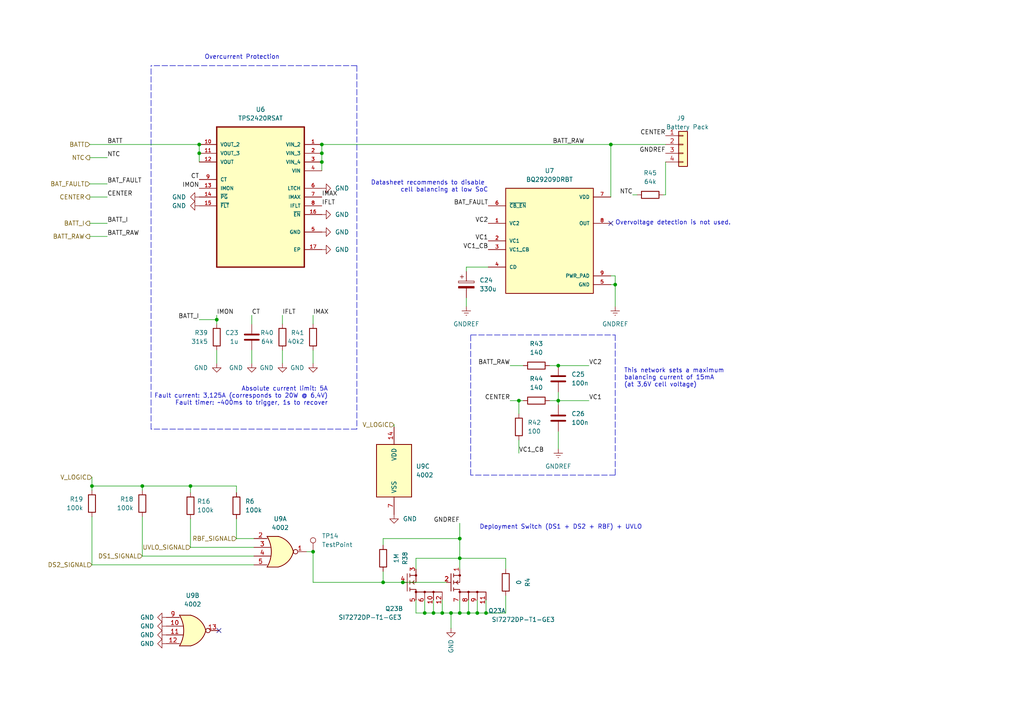
<source format=kicad_sch>
(kicad_sch (version 20231120) (generator "eeschema") (generator_version "8.0")
  (paper "A4")
  (lib_symbols
    (symbol "4xxx:4002" (pin_names (offset 1.016))
      (property "Reference" "U" (at 0 1.27 0))
      (property "Value" "4002" (at 0 -1.27 0))
      (symbol "4002_1_1"
        (arc (start -3.81 -4.445) (mid -2.5908 0) (end -3.81 4.445) (stroke (width 0.254)))
        (arc (start -0.6096 -4.445) (mid 2.2246 -2.8422) (end 3.81 0) (stroke (width 0.254)) (fill (type background)))
        (polyline (pts (xy -3.81 -4.445) (xy -0.635 -4.445)) (stroke (width 0.254)) (fill (type background)))
        (polyline (pts (xy -3.81 4.445) (xy -0.635 4.445)) (stroke (width 0.254)) (fill (type background)))
        (polyline (pts (xy -0.635 4.445) (xy -3.81 4.445) (xy -3.81 4.445) (xy -3.6322 4.0894) (xy -3.0988 2.921) (xy -2.7686 1.6764) (xy -2.6162 0.4318) (xy -2.6416 -0.8636) (xy -2.8702 -2.1082) (xy -3.2512 -3.3274) (xy -3.81 -4.445) (xy -3.81 -4.445) (xy -0.635 -4.445)) (stroke (width -25.4)) (fill (type background)))
        (arc (start 3.81 0) (mid 2.2204 2.8379) (end -0.6096 4.445) (stroke (width 0.254)) (fill (type background)))
        (pin output inverted (at 7.62 0 180) (length 3.81) (name "~") (number "1"))
        (pin input line (at -7.62 3.81 0) (length 3.81) (name "~") (number "2"))
        (pin input line (at -7.62 1.27 0) (length 4.826) (name "~") (number "3"))
        (pin input line (at -7.62 -1.27 0) (length 4.826) (name "~") (number "4"))
        (pin input line (at -7.62 -3.81 0) (length 3.81) (name "~") (number "5"))
      )
      (symbol "4002_1_2"
        (arc (start -0.635 -4.445) (mid 3.7907 0) (end -0.635 4.445) (stroke (width 0.254)) (fill (type background)))
        (polyline (pts (xy -0.635 4.445) (xy -3.81 4.445) (xy -3.81 -4.445) (xy -0.635 -4.445)) (stroke (width 0.254)) (fill (type background)))
        (pin output line (at 7.62 0 180) (length 3.81) (name "~") (number "1"))
        (pin input inverted (at -7.62 3.81 0) (length 3.81) (name "~") (number "2"))
        (pin input inverted (at -7.62 1.27 0) (length 3.81) (name "~") (number "3"))
        (pin input inverted (at -7.62 -1.27 0) (length 3.81) (name "~") (number "4"))
        (pin input inverted (at -7.62 -3.81 0) (length 3.81) (name "~") (number "5"))
      )
      (symbol "4002_2_1"
        (arc (start -3.81 -4.445) (mid -2.5908 0) (end -3.81 4.445) (stroke (width 0.254)))
        (arc (start -0.6096 -4.445) (mid 2.2246 -2.8422) (end 3.81 0) (stroke (width 0.254)) (fill (type background)))
        (polyline (pts (xy -3.81 -4.445) (xy -0.635 -4.445)) (stroke (width 0.254)) (fill (type background)))
        (polyline (pts (xy -3.81 4.445) (xy -0.635 4.445)) (stroke (width 0.254)) (fill (type background)))
        (polyline (pts (xy -0.635 4.445) (xy -3.81 4.445) (xy -3.81 4.445) (xy -3.6322 4.0894) (xy -3.0988 2.921) (xy -2.7686 1.6764) (xy -2.6162 0.4318) (xy -2.6416 -0.8636) (xy -2.8702 -2.1082) (xy -3.2512 -3.3274) (xy -3.81 -4.445) (xy -3.81 -4.445) (xy -0.635 -4.445)) (stroke (width -25.4)) (fill (type background)))
        (arc (start 3.81 0) (mid 2.2204 2.8379) (end -0.6096 4.445) (stroke (width 0.254)) (fill (type background)))
        (pin input line (at -7.62 1.27 0) (length 4.826) (name "~") (number "10"))
        (pin input line (at -7.62 -1.27 0) (length 4.826) (name "~") (number "11"))
        (pin input line (at -7.62 -3.81 0) (length 3.81) (name "~") (number "12"))
        (pin output inverted (at 7.62 0 180) (length 3.81) (name "~") (number "13"))
        (pin input line (at -7.62 3.81 0) (length 3.81) (name "~") (number "9"))
      )
      (symbol "4002_2_2"
        (arc (start -0.635 -4.445) (mid 3.7907 0) (end -0.635 4.445) (stroke (width 0.254)) (fill (type background)))
        (polyline (pts (xy -0.635 4.445) (xy -3.81 4.445) (xy -3.81 -4.445) (xy -0.635 -4.445)) (stroke (width 0.254)) (fill (type background)))
        (pin input inverted (at -7.62 1.27 0) (length 3.81) (name "~") (number "10"))
        (pin input inverted (at -7.62 -1.27 0) (length 3.81) (name "~") (number "11"))
        (pin input inverted (at -7.62 -3.81 0) (length 3.81) (name "~") (number "12"))
        (pin output line (at 7.62 0 180) (length 3.81) (name "~") (number "13"))
        (pin input inverted (at -7.62 3.81 0) (length 3.81) (name "~") (number "9"))
      )
      (symbol "4002_3_0"
        (pin power_in line (at 0 12.7 270) (length 5.08) (name "VDD") (number "14"))
        (pin power_in line (at 0 -12.7 90) (length 5.08) (name "VSS") (number "7"))
      )
      (symbol "4002_3_1"
        (rectangle (start -5.08 7.62) (end 5.08 -7.62) (stroke (width 0.254)) (fill (type background)))
      )
    )
    (symbol "Connector:TestPoint" (pin_numbers hide) (pin_names (offset 0.762) hide)
      (property "Reference" "TP" (at 0 6.858 0))
      (property "Value" "TestPoint" (at 0 5.08 0))
      (symbol "TestPoint_0_1"
        (circle (center 0 3.302) (radius 0.762))
      )
      (symbol "TestPoint_1_1"
        (pin passive line (at 0 0 90) (length 2.54) (name "1") (number "1"))
      )
    )
    (symbol "Connector_Generic:Conn_01x04" (pin_names (offset 1.016) hide)
      (property "Reference" "J" (at 0 5.08 0))
      (property "Value" "Conn_01x04" (at 0 -7.62 0))
      (symbol "Conn_01x04_1_1"
        (rectangle (start -1.27 -4.953) (end 0 -5.207) (stroke (width 0.1524)))
        (rectangle (start -1.27 -2.413) (end 0 -2.667) (stroke (width 0.1524)))
        (rectangle (start -1.27 0.127) (end 0 -0.127) (stroke (width 0.1524)))
        (rectangle (start -1.27 2.667) (end 0 2.413) (stroke (width 0.1524)))
        (rectangle (start -1.27 3.81) (end 1.27 -6.35) (stroke (width 0.254)) (fill (type background)))
        (pin passive line (at -5.08 2.54 0) (length 3.81) (name "Pin_1") (number "1"))
        (pin passive line (at -5.08 0 0) (length 3.81) (name "Pin_2") (number "2"))
        (pin passive line (at -5.08 -2.54 0) (length 3.81) (name "Pin_3") (number "3"))
        (pin passive line (at -5.08 -5.08 0) (length 3.81) (name "Pin_4") (number "4"))
      )
    )
    (symbol "Device:C" (pin_numbers hide) (pin_names (offset 0.254))
      (property "Reference" "C" (at 0.635 2.54 0))
      (property "Value" "C" (at 0.635 -2.54 0))
      (symbol "C_0_1"
        (polyline (pts (xy -2.032 -0.762) (xy 2.032 -0.762)) (stroke (width 0.508)))
        (polyline (pts (xy -2.032 0.762) (xy 2.032 0.762)) (stroke (width 0.508)))
      )
      (symbol "C_1_1"
        (pin passive line (at 0 3.81 270) (length 2.794) (name "~") (number "1"))
        (pin passive line (at 0 -3.81 90) (length 2.794) (name "~") (number "2"))
      )
    )
    (symbol "Device:C_Polarized" (pin_numbers hide) (pin_names (offset 0.254))
      (property "Reference" "C" (at 0.635 2.54 0))
      (property "Value" "C_Polarized" (at 0.635 -2.54 0))
      (symbol "C_Polarized_0_1"
        (rectangle (start -2.286 0.508) (end 2.286 1.016))
        (polyline (pts (xy -1.778 2.286) (xy -0.762 2.286)))
        (polyline (pts (xy -1.27 2.794) (xy -1.27 1.778)))
        (rectangle (start 2.286 -0.508) (end -2.286 -1.016) (fill (type outline)))
      )
      (symbol "C_Polarized_1_1"
        (pin passive line (at 0 3.81 270) (length 2.794) (name "~") (number "1"))
        (pin passive line (at 0 -3.81 90) (length 2.794) (name "~") (number "2"))
      )
    )
    (symbol "Device:R" (pin_numbers hide) (pin_names (offset 0))
      (property "Reference" "R" (at 2.032 0 90))
      (property "Value" "R" (at 0 0 90))
      (symbol "R_0_1"
        (rectangle (start -1.016 -2.54) (end 1.016 2.54) (stroke (width 0.254)))
      )
      (symbol "R_1_1"
        (pin passive line (at 0 3.81 270) (length 1.27) (name "~") (number "1"))
        (pin passive line (at 0 -3.81 90) (length 1.27) (name "~") (number "2"))
      )
    )
    (symbol "STS_Battery_Management:BQ29209DRBT" (pin_names (offset 1.016))
      (property "Reference" "U" (at -12.7 16.2306 0))
      (property "Value" "BQ29209DRBT" (at -12.7 -19.2278 0))
      (symbol "BQ29209DRBT_0_0"
        (rectangle (start -12.7 -15.24) (end 12.7 15.24) (stroke (width 0.254)) (fill (type background)))
        (pin input line (at -17.78 5.08 0) (length 5.08) (name "VC2") (number "1"))
        (pin input line (at -17.78 0 0) (length 5.08) (name "VC1") (number "2"))
        (pin input line (at -17.78 -2.54 0) (length 5.08) (name "VC1_CB") (number "3"))
        (pin passive line (at -17.78 -7.62 0) (length 5.08) (name "CD") (number "4"))
        (pin passive line (at 17.78 -12.7 180) (length 5.08) (name "GND") (number "5"))
        (pin input line (at -17.78 10.16 0) (length 5.08) (name "~{CB_EN}") (number "6"))
        (pin passive line (at 17.78 12.7 180) (length 5.08) (name "VDD") (number "7"))
        (pin output line (at 17.78 5.08 180) (length 5.08) (name "OUT") (number "8"))
        (pin passive line (at 17.78 -10.16 180) (length 5.08) (name "PWR_PAD") (number "9"))
      )
    )
    (symbol "STS_Power_Management:TPS2420RSAT" (pin_names (offset 1.016))
      (property "Reference" "U" (at -5.3594 19.4056 0))
      (property "Value" "TPS2420RSAT" (at -5.334 -26.035 0))
      (symbol "TPS2420RSAT_0_0"
        (rectangle (start -12.7 -22.86) (end 12.7 17.78) (stroke (width 0.4064)) (fill (type background)))
        (pin power_in line (at -17.78 12.7 0) (length 5.08) (name "VIN_2") (number "1"))
        (pin output line (at 17.78 12.7 180) (length 5.08) (name "VOUT_2") (number "10"))
        (pin output line (at 17.78 10.16 180) (length 5.08) (name "VOUT_3") (number "11"))
        (pin output line (at 17.78 7.62 180) (length 5.08) (name "VOUT") (number "12"))
        (pin output line (at 17.78 0 180) (length 5.08) (name "IMON") (number "13"))
        (pin output line (at 17.78 -2.54 180) (length 5.08) (name "~{PG}") (number "14"))
        (pin output line (at 17.78 -5.08 180) (length 5.08) (name "~{FLT}") (number "15"))
        (pin input line (at -17.78 -7.62 0) (length 5.08) (name "~{EN}") (number "16"))
        (pin passive line (at -17.78 -17.78 0) (length 5.08) (name "EP") (number "17"))
        (pin power_in line (at -17.78 10.16 0) (length 5.08) (name "VIN_3") (number "2"))
        (pin power_in line (at -17.78 7.62 0) (length 5.08) (name "VIN_4") (number "3"))
        (pin power_in line (at -17.78 5.08 0) (length 5.08) (name "VIN") (number "4"))
        (pin passive line (at -17.78 -12.7 0) (length 5.08) (name "GND") (number "5"))
        (pin input line (at -17.78 0 0) (length 5.08) (name "LTCH") (number "6"))
        (pin input line (at -17.78 -2.54 0) (length 5.08) (name "IMAX") (number "7"))
        (pin input line (at -17.78 -5.08 0) (length 5.08) (name "IFLT") (number "8"))
        (pin bidirectional line (at 17.78 2.54 180) (length 5.08) (name "CT") (number "9"))
      )
    )
    (symbol "STS_Transistor_FET:SI7272DP-T1-GE3" (pin_names hide)
      (property "Reference" "Q" (at -3.556 3.81 0))
      (property "Value" "SI7272DP-T1-GE3" (at 5.842 -3.048 0))
      (symbol "SI7272DP-T1-GE3_0_1"
        (polyline (pts (xy 1.27 0) (xy 1.27 -2.54)))
        (polyline (pts (xy 1.27 0) (xy 1.27 -2.54)))
        (polyline (pts (xy 2.032 -2.54) (xy 2.032 -1.524)))
        (polyline (pts (xy 2.032 -2.54) (xy 2.032 -1.524)))
        (polyline (pts (xy 2.032 0.508) (xy 2.032 -0.508)))
        (polyline (pts (xy 2.032 0.508) (xy 2.032 -0.508)))
        (polyline (pts (xy 2.032 2.54) (xy 2.032 1.524)))
        (polyline (pts (xy 2.032 2.54) (xy 2.032 1.524)))
        (polyline (pts (xy 2.794 0) (xy 3.302 -0.508)))
        (polyline (pts (xy 2.794 0) (xy 3.302 -0.508)))
        (polyline (pts (xy 2.794 0) (xy 3.302 0.508)))
        (polyline (pts (xy 2.794 0) (xy 3.302 0.508)))
        (polyline (pts (xy 3.81 2.794) (xy 3.81 5.08)))
        (polyline (pts (xy 3.81 2.794) (xy 3.81 5.08)))
        (polyline (pts (xy 0 0) (xy 1.27 0) (xy 1.27 2.54)))
        (polyline (pts (xy 0 0) (xy 1.27 0) (xy 1.27 2.54)))
        (polyline (pts (xy 2.032 -2.032) (xy 3.81 -2.032) (xy 3.81 -3.81)))
        (polyline (pts (xy 2.032 -2.032) (xy 3.81 -2.032) (xy 3.81 -3.81)))
        (polyline (pts (xy 2.032 0) (xy 3.81 0) (xy 3.81 -2.032)))
        (polyline (pts (xy 2.032 0) (xy 3.81 0) (xy 3.81 -2.032)))
        (polyline (pts (xy 2.032 2.032) (xy 3.81 2.032) (xy 3.81 2.794)))
        (polyline (pts (xy 2.032 2.032) (xy 3.81 2.032) (xy 3.81 2.794)))
        (polyline (pts (xy 6.35 2.794) (xy 8.89 2.794) (xy 8.89 5.08)))
        (polyline (pts (xy 6.35 2.794) (xy 8.89 2.794) (xy 8.89 5.08)))
        (polyline (pts (xy 6.35 5.08) (xy 6.35 2.794) (xy 3.81 2.794)))
        (polyline (pts (xy 6.35 5.08) (xy 6.35 2.794) (xy 3.81 2.794)))
        (polyline (pts (xy 8.89 2.794) (xy 11.43 2.794) (xy 11.43 5.08)))
        (polyline (pts (xy 8.89 2.794) (xy 11.43 2.794) (xy 11.43 5.08)))
        (circle (center 3.81 -2.032) (radius 0.254) (fill (type outline)))
        (circle (center 3.81 -2.032) (radius 0.254) (fill (type outline)))
        (circle (center 3.81 2.794) (radius 0.254) (fill (type outline)))
        (circle (center 3.81 2.794) (radius 0.254) (fill (type outline)))
        (circle (center 6.35 2.794) (radius 0.254) (fill (type outline)))
        (circle (center 6.35 2.794) (radius 0.254) (fill (type outline)))
        (circle (center 8.89 2.794) (radius 0.254) (fill (type outline)))
        (circle (center 8.89 2.794) (radius 0.254) (fill (type outline)))
      )
      (symbol "SI7272DP-T1-GE3_1_0"
        (pin passive line (at 3.81 -3.81 270) (length 0) (name "S1") (number "1"))
        (pin passive line (at 11.43 5.08 90) (length 0) (name "D1_4") (number "11"))
        (pin passive line (at 0 0 180) (length 0) (name "G1") (number "2"))
        (pin passive line (at 0 0 180) (length 0) (name "G1") (number "2"))
        (pin passive line (at 3.81 5.08 90) (length 0) (name "D1_1") (number "7"))
        (pin passive line (at 6.35 5.08 90) (length 0) (name "D1_2") (number "8"))
        (pin passive line (at 8.89 5.08 90) (length 0) (name "D1_3") (number "9"))
      )
      (symbol "SI7272DP-T1-GE3_2_0"
        (pin passive line (at 8.89 5.08 90) (length 0) (name "D2_3") (number "10"))
        (pin passive line (at 11.43 5.08 90) (length 0) (name "D2_4") (number "12"))
        (pin passive line (at 3.81 -3.81 270) (length 0) (name "S2") (number "3"))
        (pin passive line (at 0 0 180) (length 0) (name "G2") (number "4"))
        (pin passive line (at 3.81 5.08 90) (length 0) (name "D2_1") (number "5"))
        (pin passive line (at 6.35 5.08 90) (length 0) (name "D2_2") (number "6"))
      )
    )
    (symbol "power:GND" (power) (pin_names (offset 0))
      (property "Value" "GND" (at 0 -3.81 0))
      (symbol "GND_0_1"
        (polyline (pts (xy 0 0) (xy 0 -1.27) (xy 1.27 -1.27) (xy 0 -2.54) (xy -1.27 -1.27) (xy 0 -1.27)))
      )
      (symbol "GND_1_1"
        (pin power_in line (at 0 0 270) (length 0) hide (name "GND") (number "1"))
      )
    )
    (symbol "power:GNDREF" (power) (pin_names (offset 0))
      (property "Value" "GNDREF" (at 0 -3.81 0))
      (symbol "GNDREF_0_1"
        (polyline (pts (xy -0.635 -1.905) (xy 0.635 -1.905)))
        (polyline (pts (xy -0.127 -2.54) (xy 0.127 -2.54)))
        (polyline (pts (xy 0 -1.27) (xy 0 0)))
        (polyline (pts (xy 1.27 -1.27) (xy -1.27 -1.27)))
      )
      (symbol "GNDREF_1_1"
        (pin power_in line (at 0 0 270) (length 0) hide (name "GNDREF") (number "1"))
      )
    )
  )
  (junction (at 57.785 44.45))
  (junction (at 116.84 168.91))
  (junction (at 133.35 177.8))
  (junction (at 93.345 41.91))
  (junction (at 90.805 160.02))
  (junction (at 128.27 177.8))
  (junction (at 26.67 140.97))
  (junction (at 133.35 161.925))
  (junction (at 135.89 177.8))
  (junction (at 93.345 46.99))
  (junction (at 57.785 41.91))
  (junction (at 111.125 168.91))
  (junction (at 62.865 92.71))
  (junction (at 41.275 140.97))
  (junction (at 140.97 177.8))
  (junction (at 125.73 177.8))
  (junction (at 138.43 177.8))
  (junction (at 150.495 116.205))
  (junction (at 177.165 41.91))
  (junction (at 161.925 106.045))
  (junction (at 93.345 44.45))
  (junction (at 123.19 177.8))
  (junction (at 178.435 82.55))
  (junction (at 133.35 156.21))
  (junction (at 55.245 140.97))
  (junction (at 161.925 116.205))
  (junction (at 130.81 177.8))
  (no_connect (at 177.165 64.77))
  (no_connect (at 63.5 182.88))
  (wire (pts (xy 81.915 101.6) (xy 81.915 105.41)))
  (wire (pts (xy 147.955 106.045) (xy 151.765 106.045)))
  (wire (pts (xy 62.865 92.71) (xy 62.865 93.98)))
  (wire (pts (xy 125.73 173.99) (xy 125.73 177.8)))
  (wire (pts (xy 93.345 41.91) (xy 177.165 41.91)))
  (wire (pts (xy 123.19 177.8) (xy 125.73 177.8)))
  (wire (pts (xy 26.035 41.91) (xy 57.785 41.91)))
  (wire (pts (xy 55.245 140.97) (xy 68.58 140.97)))
  (wire (pts (xy 138.43 177.8) (xy 140.97 177.8)))
  (polyline (pts (xy 136.525 97.155) (xy 178.435 97.155)) (stroke (width 0) (type dash)))
  (wire (pts (xy 26.035 53.34) (xy 31.115 53.34)))
  (wire (pts (xy 128.27 177.8) (xy 130.81 177.8)))
  (wire (pts (xy 26.67 140.97) (xy 26.67 142.24)))
  (polyline (pts (xy 136.525 137.795) (xy 136.525 97.155)) (stroke (width 0) (type dash)))
  (polyline (pts (xy 103.505 19.05) (xy 43.815 19.05)) (stroke (width 0) (type dash)))
  (wire (pts (xy 138.43 173.99) (xy 138.43 177.8)))
  (wire (pts (xy 140.97 177.8) (xy 140.97 173.99)))
  (wire (pts (xy 116.84 168.91) (xy 111.125 168.91)))
  (wire (pts (xy 192.405 56.515) (xy 193.04 56.515)))
  (wire (pts (xy 130.81 177.8) (xy 133.35 177.8)))
  (wire (pts (xy 90.805 91.44) (xy 90.805 93.98)))
  (wire (pts (xy 177.165 80.01) (xy 178.435 80.01)))
  (wire (pts (xy 161.925 125.095) (xy 161.925 130.175)))
  (wire (pts (xy 26.035 45.72) (xy 31.115 45.72)))
  (polyline (pts (xy 43.815 124.46) (xy 43.815 19.05)) (stroke (width 0) (type dash)))
  (wire (pts (xy 150.495 116.205) (xy 150.495 120.015)))
  (polyline (pts (xy 178.435 137.795) (xy 136.525 137.795)) (stroke (width 0) (type dash)))
  (wire (pts (xy 146.685 161.925) (xy 146.685 165.1)))
  (wire (pts (xy 146.685 177.8) (xy 140.97 177.8)))
  (wire (pts (xy 68.58 156.21) (xy 73.66 156.21)))
  (wire (pts (xy 161.925 116.205) (xy 161.925 117.475)))
  (wire (pts (xy 26.67 163.83) (xy 73.66 163.83)))
  (wire (pts (xy 26.67 140.97) (xy 41.275 140.97)))
  (wire (pts (xy 123.19 173.99) (xy 123.19 177.8)))
  (wire (pts (xy 177.165 41.91) (xy 193.04 41.91)))
  (wire (pts (xy 178.435 80.01) (xy 178.435 82.55)))
  (wire (pts (xy 26.67 149.86) (xy 26.67 163.83)))
  (wire (pts (xy 120.65 177.8) (xy 123.19 177.8)))
  (wire (pts (xy 159.385 106.045) (xy 161.925 106.045)))
  (wire (pts (xy 120.65 173.99) (xy 120.65 177.8)))
  (wire (pts (xy 120.65 165.1) (xy 120.65 161.925)))
  (wire (pts (xy 135.89 177.8) (xy 138.43 177.8)))
  (wire (pts (xy 68.58 142.875) (xy 68.58 140.97)))
  (wire (pts (xy 26.035 64.77) (xy 31.115 64.77)))
  (wire (pts (xy 161.925 106.045) (xy 170.815 106.045)))
  (wire (pts (xy 114.3 123.19) (xy 114.3 123.825)))
  (wire (pts (xy 159.385 116.205) (xy 161.925 116.205)))
  (wire (pts (xy 81.915 91.44) (xy 81.915 93.98)))
  (wire (pts (xy 135.255 86.36) (xy 135.255 88.9)))
  (wire (pts (xy 135.255 77.47) (xy 135.255 78.74)))
  (wire (pts (xy 57.785 44.45) (xy 57.785 46.99)))
  (wire (pts (xy 151.765 116.205) (xy 150.495 116.205)))
  (wire (pts (xy 88.9 160.02) (xy 90.805 160.02)))
  (wire (pts (xy 41.275 140.97) (xy 41.275 142.24)))
  (wire (pts (xy 133.35 161.925) (xy 146.685 161.925)))
  (polyline (pts (xy 103.505 124.46) (xy 43.815 124.46)) (stroke (width 0) (type dash)))
  (wire (pts (xy 128.27 173.99) (xy 128.27 177.8)))
  (wire (pts (xy 135.89 173.99) (xy 135.89 177.8)))
  (wire (pts (xy 62.865 91.44) (xy 62.865 92.71)))
  (wire (pts (xy 90.805 101.6) (xy 90.805 105.41)))
  (wire (pts (xy 55.245 158.75) (xy 73.66 158.75)))
  (wire (pts (xy 161.925 113.665) (xy 161.925 116.205)))
  (wire (pts (xy 130.81 177.8) (xy 130.81 182.245)))
  (wire (pts (xy 146.685 172.72) (xy 146.685 177.8)))
  (wire (pts (xy 26.035 68.58) (xy 31.115 68.58)))
  (wire (pts (xy 133.35 173.99) (xy 133.35 177.8)))
  (wire (pts (xy 129.54 168.91) (xy 116.84 168.91)))
  (wire (pts (xy 111.125 158.115) (xy 111.125 156.21)))
  (wire (pts (xy 177.165 82.55) (xy 178.435 82.55)))
  (wire (pts (xy 57.785 41.91) (xy 57.785 44.45)))
  (wire (pts (xy 55.245 150.495) (xy 55.245 158.75)))
  (wire (pts (xy 111.125 168.91) (xy 111.125 165.735)))
  (polyline (pts (xy 103.505 19.05) (xy 103.505 124.46)) (stroke (width 0) (type dash)))
  (wire (pts (xy 133.35 161.925) (xy 133.35 165.1)))
  (wire (pts (xy 120.65 161.925) (xy 133.35 161.925)))
  (wire (pts (xy 125.73 177.8) (xy 128.27 177.8)))
  (polyline (pts (xy 178.435 97.155) (xy 178.435 137.795)) (stroke (width 0) (type dash)))
  (wire (pts (xy 178.435 82.55) (xy 178.435 88.9)))
  (wire (pts (xy 62.865 92.71) (xy 57.785 92.71)))
  (wire (pts (xy 73.025 91.44) (xy 73.025 93.98)))
  (wire (pts (xy 41.275 140.97) (xy 55.245 140.97)))
  (wire (pts (xy 133.35 156.21) (xy 133.35 161.925)))
  (wire (pts (xy 150.495 127.635) (xy 150.495 131.445)))
  (wire (pts (xy 90.805 168.91) (xy 111.125 168.91)))
  (wire (pts (xy 93.345 44.45) (xy 93.345 46.99)))
  (wire (pts (xy 73.025 101.6) (xy 73.025 105.41)))
  (wire (pts (xy 133.35 177.8) (xy 135.89 177.8)))
  (wire (pts (xy 68.58 150.495) (xy 68.58 156.21)))
  (wire (pts (xy 147.955 116.205) (xy 150.495 116.205)))
  (wire (pts (xy 133.35 156.21) (xy 111.125 156.21)))
  (wire (pts (xy 133.35 151.765) (xy 133.35 156.21)))
  (wire (pts (xy 93.345 46.99) (xy 93.345 49.53)))
  (wire (pts (xy 135.255 77.47) (xy 141.605 77.47)))
  (wire (pts (xy 193.04 46.99) (xy 193.04 56.515)))
  (wire (pts (xy 90.805 160.02) (xy 90.805 168.91)))
  (wire (pts (xy 161.925 116.205) (xy 170.815 116.205)))
  (wire (pts (xy 177.165 41.91) (xy 177.165 57.15)))
  (wire (pts (xy 41.275 161.29) (xy 73.66 161.29)))
  (wire (pts (xy 183.515 56.515) (xy 184.785 56.515)))
  (wire (pts (xy 26.035 57.15) (xy 31.115 57.15)))
  (wire (pts (xy 26.67 138.43) (xy 26.67 140.97)))
  (wire (pts (xy 55.245 140.97) (xy 55.245 142.875)))
  (wire (pts (xy 62.865 101.6) (xy 62.865 105.41)))
  (wire (pts (xy 41.275 149.86) (xy 41.275 161.29)))
  (wire (pts (xy 93.345 41.91) (xy 93.345 44.45)))
  (text "Datasheet recommends to disable \ncell balancing at low SoC" (at 141.605 55.88 0) (effects (font (size 1.27 1.27)) (justify right bottom)))
  (text "Absolute current limit: 5A\nFault current: 3,125A (corresponds to 20W @ 6,4V)\nFault timer: ~400ms to trigger, 1s to recover" (at 95.123 117.7036 0) (effects (font (size 1.27 1.27)) (justify right bottom)))
  (text "This network sets a maximum \nbalancing current of 15mA \n(at 3,6V cell voltage)" (at 180.975 112.395 0) (effects (font (size 1.27 1.27)) (justify left bottom)))
  (text "Overcurrent Protection\n" (at 81.153 17.3736 0) (effects (font (size 1.27 1.27)) (justify right bottom)))
  (text "Deployment Switch (DS1 + DS2 + RBF) + UVLO" (at 139.065 153.67 0) (effects (font (size 1.27 1.27)) (justify left bottom)))
  (text "Overvoltage detection is not used." (at 178.435 65.405 0) (effects (font (size 1.27 1.27)) (justify left bottom)))
  (label "BATT_I" (at 57.785 92.71 180))
  (label "IFLT" (at 93.345 59.69 0))
  (label "BATT_RAW" (at 147.955 106.045 180))
  (label "NTC" (at 31.115 45.72 0))
  (label "GNDREF" (at 133.35 151.765 180))
  (label "BATT" (at 31.115 41.91 0))
  (label "BAT_FAULT" (at 31.115 53.34 0))
  (label "BATT_I" (at 31.115 64.77 0))
  (label "CT" (at 73.025 91.44 0))
  (label "VC1" (at 170.815 116.205 0))
  (label "VC1_CB" (at 150.495 131.445 0))
  (label "CENTER" (at 147.955 116.205 180))
  (label "VC2" (at 170.815 106.045 0))
  (label "CT" (at 57.785 52.07 180))
  (label "BATT_RAW" (at 169.545 41.91 180))
  (label "NTC" (at 183.515 56.515 180))
  (label "CENTER" (at 193.04 39.37 180))
  (label "VC1" (at 141.605 69.85 180))
  (label "CENTER" (at 31.115 57.15 0))
  (label "BAT_FAULT" (at 141.605 59.69 180))
  (label "IMON" (at 57.785 54.61 180))
  (label "VC1_CB" (at 141.605 72.39 180))
  (label "IMAX" (at 90.805 91.44 0))
  (label "GNDREF" (at 193.04 44.45 180))
  (label "IMON" (at 62.865 91.44 0))
  (label "VC2" (at 141.605 64.77 180))
  (label "IFLT" (at 81.915 91.44 0))
  (label "BATT_RAW" (at 31.115 68.58 0))
  (label "IMAX" (at 93.345 57.15 0))
  (hierarchical_label "NTC" (shape output) (at 26.035 45.72 180))
  (hierarchical_label "BATT_I" (shape output) (at 26.035 64.77 180))
  (hierarchical_label "CENTER" (shape output) (at 26.035 57.15 180))
  (hierarchical_label "V_LOGIC" (shape input) (at 26.67 138.43 180))
  (hierarchical_label "RBF_SIGNAL" (shape input) (at 68.58 156.21 180))
  (hierarchical_label "BATT" (shape input) (at 26.035 41.91 180))
  (hierarchical_label "BAT_FAULT" (shape input) (at 26.035 53.34 180))
  (hierarchical_label "BATT_RAW" (shape output) (at 26.035 68.58 180))
  (hierarchical_label "UVLO_SIGNAL" (shape input) (at 55.245 158.75 180))
  (hierarchical_label "DS2_SIGNAL" (shape input) (at 26.67 163.83 180))
  (hierarchical_label "V_LOGIC" (shape input) (at 114.3 123.19 180))
  (hierarchical_label "DS1_SIGNAL" (shape input) (at 41.275 161.29 180))
  (symbol (lib_id "power:GND") (at 93.345 67.31 90) (mirror x) (unit 1)
    (property "Reference" "#PWR096" (effects (hide yes)))
    (property "Value" "GND" (at 97.155 67.3099 90) (effects (justify right)))
  )
  (symbol (lib_id "STS_Battery_Management:BQ29209DRBT") (at 159.385 69.85 0) (unit 1)
    (property "Reference" "U7" (at 159.385 49.53 0))
    (property "Value" "BQ29209DRBT" (at 159.385 52.07 0))
    (property "Footprint" "STS_Package_VSON:TI_VSON8" (effects (hide yes)))
    (property "STANDARD" "Manufacturer recommendations" (effects (hide yes)))
    (property "PARTREV" "C" (effects (hide yes)))
    (property "MANUFACTURER" "Texas Instruments" (effects (hide yes)))
    (property "MAXIMUM_PACKAGE_HEIGHT" "1 mm" (effects (hide yes)))
  )
  (symbol (lib_id "power:GND") (at 93.345 54.61 90) (mirror x) (unit 1)
    (property "Reference" "#PWR094" (effects (hide yes)))
    (property "Value" "GND" (at 97.155 54.6099 90) (effects (justify right)))
  )
  (symbol (lib_id "power:GND") (at 48.26 184.15 270) (unit 1)
    (property "Reference" "#PWR067" (effects (hide yes)))
    (property "Value" "GND" (at 40.64 184.15 90) (effects (justify left)))
  )
  (symbol (lib_id "Device:C") (at 73.025 97.79 0) (mirror y) (unit 1)
    (property "Reference" "C23" (at 69.215 96.5199 0) (effects (justify left)))
    (property "Value" "1u" (at 69.215 99.0599 0) (effects (justify left)))
    (property "Footprint" "Capacitor_SMD:C_0805_2012Metric" (effects (hide yes)))
  )
  (symbol (lib_id "power:GND") (at 90.805 105.41 0) (mirror y) (unit 1)
    (property "Reference" "#PWR093" (effects (hide yes)))
    (property "Value" "GND" (at 88.265 106.6799 0) (effects (justify left)))
  )
  (symbol (lib_id "Device:R") (at 111.125 161.925 0) (unit 1)
    (property "Reference" "R38" (at 117.475 161.925 90))
    (property "Value" "1M" (at 114.935 161.925 90))
    (property "Footprint" "Resistor_SMD:R_0805_2012Metric" (effects (hide yes)))
  )
  (symbol (lib_id "Device:R") (at 90.805 97.79 0) (mirror y) (unit 1)
    (property "Reference" "R41" (at 88.265 96.5199 0) (effects (justify left)))
    (property "Value" "40k2" (at 88.265 99.0599 0) (effects (justify left)))
    (property "Footprint" "Resistor_SMD:R_0805_2012Metric" (effects (hide yes)))
  )
  (symbol (lib_id "Device:R") (at 26.67 146.05 0) (mirror y) (unit 1)
    (property "Reference" "R19" (at 24.13 144.7799 0) (effects (justify left)))
    (property "Value" "100k" (at 24.13 147.3199 0) (effects (justify left)))
    (property "Footprint" "Resistor_SMD:R_0805_2012Metric" (effects (hide yes)))
  )
  (symbol (lib_id "Device:R") (at 188.595 56.515 90) (mirror x) (unit 1)
    (property "Reference" "R45" (at 188.595 50.165 90))
    (property "Value" "64k" (at 188.595 52.705 90))
    (property "Footprint" "Resistor_SMD:R_0805_2012Metric" (effects (hide yes)))
  )
  (symbol (lib_id "Device:R") (at 62.865 97.79 0) (mirror y) (unit 1)
    (property "Reference" "R39" (at 60.325 96.5199 0) (effects (justify left)))
    (property "Value" "31k5" (at 60.325 99.0599 0) (effects (justify left)))
    (property "Footprint" "Resistor_SMD:R_0805_2012Metric" (effects (hide yes)))
  )
  (symbol (lib_id "Device:R") (at 68.58 146.685 0) (mirror y) (unit 1)
    (property "Reference" "R6" (at 71.12 145.4149 0) (effects (justify right)))
    (property "Value" "100k" (at 71.12 147.9549 0) (effects (justify right)))
    (property "Footprint" "Resistor_SMD:R_0805_2012Metric" (effects (hide yes)))
  )
  (symbol (lib_id "power:GND") (at 73.025 105.41 0) (mirror y) (unit 1)
    (property "Reference" "#PWR091" (effects (hide yes)))
    (property "Value" "GND" (at 70.485 106.6799 0) (effects (justify left)))
  )
  (symbol (lib_id "power:GNDREF") (at 135.255 88.9 0) (unit 1)
    (property "Reference" "#PWR098" (effects (hide yes)))
    (property "Value" "GNDREF" (at 135.255 93.98 0))
  )
  (symbol (lib_id "power:GND") (at 114.3 149.225 0) (unit 1)
    (property "Reference" "#PWR0101" (effects (hide yes)))
    (property "Value" "GND" (at 116.84 150.4949 0) (effects (justify left)))
  )
  (symbol (lib_id "Device:C_Polarized") (at 135.255 82.55 0) (unit 1)
    (property "Reference" "C24" (at 139.065 81.2799 0) (effects (justify left)))
    (property "Value" "330u" (at 139.065 83.8199 0) (effects (justify left)))
    (property "Footprint" "Capacitor_Tantalum_SMD:CP_EIA-7343-43_Kemet-X" (effects (hide yes)))
  )
  (symbol (lib_id "Device:R") (at 146.685 168.91 0) (unit 1)
    (property "Reference" "R4" (at 153.035 168.91 90))
    (property "Value" "0" (at 150.495 168.91 90))
    (property "Footprint" "Resistor_SMD:R_0805_2012Metric" (effects (hide yes)))
  )
  (symbol (lib_id "STS_Power_Management:TPS2420RSAT") (at 75.565 54.61 0) (mirror y) (unit 1)
    (property "Reference" "U6" (at 75.565 31.75 0))
    (property "Value" "TPS2420RSAT" (at 75.565 34.29 0))
    (property "Footprint" "Package_DFN_QFN:VQFN-16-1EP_3x3mm_P0.5mm_EP1.45x1.45mm_ThermalVias" (effects (hide yes)))
    (property "OC_FARNELL" "1710811" (effects (hide yes)))
    (property "SUPPLIER" "Texas Instruments" (effects (hide yes)))
    (property "MPN" "TPS2420RSAT" (effects (hide yes)))
    (property "PACKAGE" "QFN-16" (effects (hide yes)))
    (property "OC_NEWARK" "56P3012" (effects (hide yes)))
  )
  (symbol (lib_id "power:GND") (at 93.345 62.23 90) (mirror x) (unit 1)
    (property "Reference" "#PWR095" (effects (hide yes)))
    (property "Value" "GND" (at 97.155 62.2299 90) (effects (justify right)))
  )
  (symbol (lib_id "Connector_Generic:Conn_01x04") (at 198.12 41.91 0) (unit 1)
    (property "Reference" "J9" (at 197.485 34.29 0))
    (property "Value" "Battery Pack" (at 199.39 36.83 0))
    (property "Footprint" "STS_Connector:MOLEX_2078430004" (effects (hide yes)))
    (property "Part" "MOLEX KK Plus 250 Header" (effects (hide yes)))
  )
  (symbol (lib_id "power:GNDREF") (at 178.435 88.9 0) (unit 1)
    (property "Reference" "#PWR0100" (effects (hide yes)))
    (property "Value" "GNDREF" (at 178.435 93.98 0))
  )
  (symbol (lib_id "STS_Transistor_FET:SI7272DP-T1-GE3") (at 129.54 168.91 0) (mirror x) (unit 1)
    (property "Reference" "Q23" (at 144.145 177.165 0))
    (property "Value" "SI7272DP-T1-GE3" (at 151.765 179.705 0))
    (property "Footprint" "STS_Package_SO:POWERPAK_SO8" (effects (hide yes)))
    (property "Manufacturer_Name" "Vishay" (effects (hide yes)))
  )
  (symbol (lib_id "Device:R") (at 150.495 123.825 180) (unit 1)
    (property "Reference" "R42" (at 153.035 122.5549 0) (effects (justify right)))
    (property "Value" "100" (at 153.035 125.0949 0) (effects (justify right)))
    (property "Footprint" "Resistor_SMD:R_0805_2012Metric" (effects (hide yes)))
  )
  (symbol (lib_id "Device:R") (at 55.245 146.685 0) (mirror y) (unit 1)
    (property "Reference" "R16" (at 57.15 145.4149 0) (effects (justify right)))
    (property "Value" "100k" (at 57.15 147.9549 0) (effects (justify right)))
    (property "Footprint" "Resistor_SMD:R_0805_2012Metric" (effects (hide yes)))
  )
  (symbol (lib_id "STS_Transistor_FET:SI7272DP-T1-GE3") (at 116.84 168.91 0) (mirror x) (unit 2)
    (property "Reference" "Q23" (at 114.3 176.53 0))
    (property "Value" "SI7272DP-T1-GE3" (at 107.315 179.07 0))
    (property "Footprint" "STS_Package_SO:POWERPAK_SO8" (effects (hide yes)))
    (property "Manufacturer_Name" "Vishay" (effects (hide yes)))
  )
  (symbol (lib_id "4xxx:4002") (at 81.28 160.02 0) (unit 1)
    (property "Reference" "U9" (at 81.28 150.495 0))
    (property "Value" "4002" (at 81.28 153.035 0))
    (property "Footprint" "Package_SO:SOIC-14_3.9x8.7mm_P1.27mm" (effects (hide yes)))
    (property "Datasheet" "http://www.intersil.com/content/dam/Intersil/documents/cd40/cd4000bms-01bms-02bms-25bms.pdf" (effects (hide yes)))
  )
  (symbol (lib_id "Connector:TestPoint") (at 90.805 160.02 0) (unit 1)
    (property "Reference" "TP14" (at 93.345 155.4479 0) (effects (justify left)))
    (property "Value" "TestPoint" (at 93.345 157.9879 0) (effects (justify left)))
    (property "Footprint" "TestPoint:TestPoint_THTPad_D1.0mm_Drill0.5mm" (effects (hide yes)))
  )
  (symbol (lib_id "Device:C") (at 161.925 121.285 0) (unit 1)
    (property "Reference" "C26" (at 165.735 120.0149 0) (effects (justify left)))
    (property "Value" "100n" (at 165.735 122.5549 0) (effects (justify left)))
    (property "Footprint" "Capacitor_SMD:C_0805_2012Metric" (effects (hide yes)))
  )
  (symbol (lib_id "power:GND") (at 48.26 181.61 270) (unit 1)
    (property "Reference" "#PWR0102" (effects (hide yes)))
    (property "Value" "GND" (at 40.64 181.61 90) (effects (justify left)))
  )
  (symbol (lib_id "power:GND") (at 57.785 57.15 270) (mirror x) (unit 1)
    (property "Reference" "#PWR088" (effects (hide yes)))
    (property "Value" "GND" (at 53.975 57.1499 90) (effects (justify right)))
  )
  (symbol (lib_id "4xxx:4002") (at 114.3 136.525 0) (unit 3)
    (property "Reference" "U9" (at 120.65 135.2549 0) (effects (justify left)))
    (property "Value" "4002" (at 120.65 137.7949 0) (effects (justify left)))
    (property "Footprint" "Package_SO:SOIC-14_3.9x8.7mm_P1.27mm" (effects (hide yes)))
    (property "Datasheet" "http://www.intersil.com/content/dam/Intersil/documents/cd40/cd4000bms-01bms-02bms-25bms.pdf" (effects (hide yes)))
  )
  (symbol (lib_id "Device:R") (at 155.575 106.045 90) (unit 1)
    (property "Reference" "R43" (at 155.575 99.695 90))
    (property "Value" "140" (at 155.575 102.235 90))
    (property "Footprint" "Resistor_SMD:R_0805_2012Metric" (effects (hide yes)))
  )
  (symbol (lib_id "Device:C") (at 161.925 109.855 0) (unit 1)
    (property "Reference" "C25" (at 165.735 108.5849 0) (effects (justify left)))
    (property "Value" "100n" (at 165.735 111.1249 0) (effects (justify left)))
    (property "Footprint" "Capacitor_SMD:C_0805_2012Metric" (effects (hide yes)))
  )
  (symbol (lib_id "power:GND") (at 48.26 186.69 270) (unit 1)
    (property "Reference" "#PWR069" (effects (hide yes)))
    (property "Value" "GND" (at 40.64 186.69 90) (effects (justify left)))
  )
  (symbol (lib_id "4xxx:4002") (at 55.88 182.88 0) (unit 2)
    (property "Reference" "U9" (at 55.88 172.72 0))
    (property "Value" "4002" (at 55.88 175.26 0))
    (property "Footprint" "Package_SO:SOIC-14_3.9x8.7mm_P1.27mm" (effects (hide yes)))
    (property "Datasheet" "http://www.intersil.com/content/dam/Intersil/documents/cd40/cd4000bms-01bms-02bms-25bms.pdf" (effects (hide yes)))
  )
  (symbol (lib_id "power:GND") (at 130.81 182.245 0) (unit 1)
    (property "Reference" "#PWR087" (effects (hide yes)))
    (property "Value" "GND" (at 130.8101 185.42 90) (effects (justify right)))
  )
  (symbol (lib_id "power:GND") (at 81.915 105.41 0) (mirror y) (unit 1)
    (property "Reference" "#PWR092" (effects (hide yes)))
    (property "Value" "GND" (at 79.375 106.6799 0) (effects (justify left)))
  )
  (symbol (lib_id "power:GND") (at 48.26 179.07 270) (unit 1)
    (property "Reference" "#PWR0103" (effects (hide yes)))
    (property "Value" "GND" (at 40.64 179.07 90) (effects (justify left)))
  )
  (symbol (lib_id "Device:R") (at 81.915 97.79 0) (mirror y) (unit 1)
    (property "Reference" "R40" (at 79.375 96.5199 0) (effects (justify left)))
    (property "Value" "64k" (at 79.375 99.0599 0) (effects (justify left)))
    (property "Footprint" "Resistor_SMD:R_0805_2012Metric" (effects (hide yes)))
  )
  (symbol (lib_id "power:GNDREF") (at 161.925 130.175 0) (unit 1)
    (property "Reference" "#PWR099" (effects (hide yes)))
    (property "Value" "GNDREF" (at 161.925 135.255 0))
  )
  (symbol (lib_id "Device:R") (at 155.575 116.205 90) (unit 1)
    (property "Reference" "R44" (at 155.575 109.855 90))
    (property "Value" "140" (at 155.575 112.395 90))
    (property "Footprint" "Resistor_SMD:R_0805_2012Metric" (effects (hide yes)))
  )
  (symbol (lib_id "Device:R") (at 41.275 146.05 0) (mirror y) (unit 1)
    (property "Reference" "R18" (at 38.735 144.7799 0) (effects (justify left)))
    (property "Value" "100k" (at 38.735 147.3199 0) (effects (justify left)))
    (property "Footprint" "Resistor_SMD:R_0805_2012Metric" (effects (hide yes)))
  )
  (symbol (lib_id "power:GND") (at 57.785 59.69 270) (mirror x) (unit 1)
    (property "Reference" "#PWR089" (effects (hide yes)))
    (property "Value" "GND" (at 53.975 59.6899 90) (effects (justify right)))
  )
  (symbol (lib_id "power:GND") (at 93.345 72.39 90) (mirror x) (unit 1)
    (property "Reference" "#PWR097" (effects (hide yes)))
    (property "Value" "GND" (at 97.155 72.3899 90) (effects (justify right)))
  )
  (symbol (lib_id "power:GND") (at 62.865 105.41 0) (mirror y) (unit 1)
    (property "Reference" "#PWR090" (effects (hide yes)))
    (property "Value" "GND" (at 60.325 106.6799 0) (effects (justify left)))
  )
)
</source>
